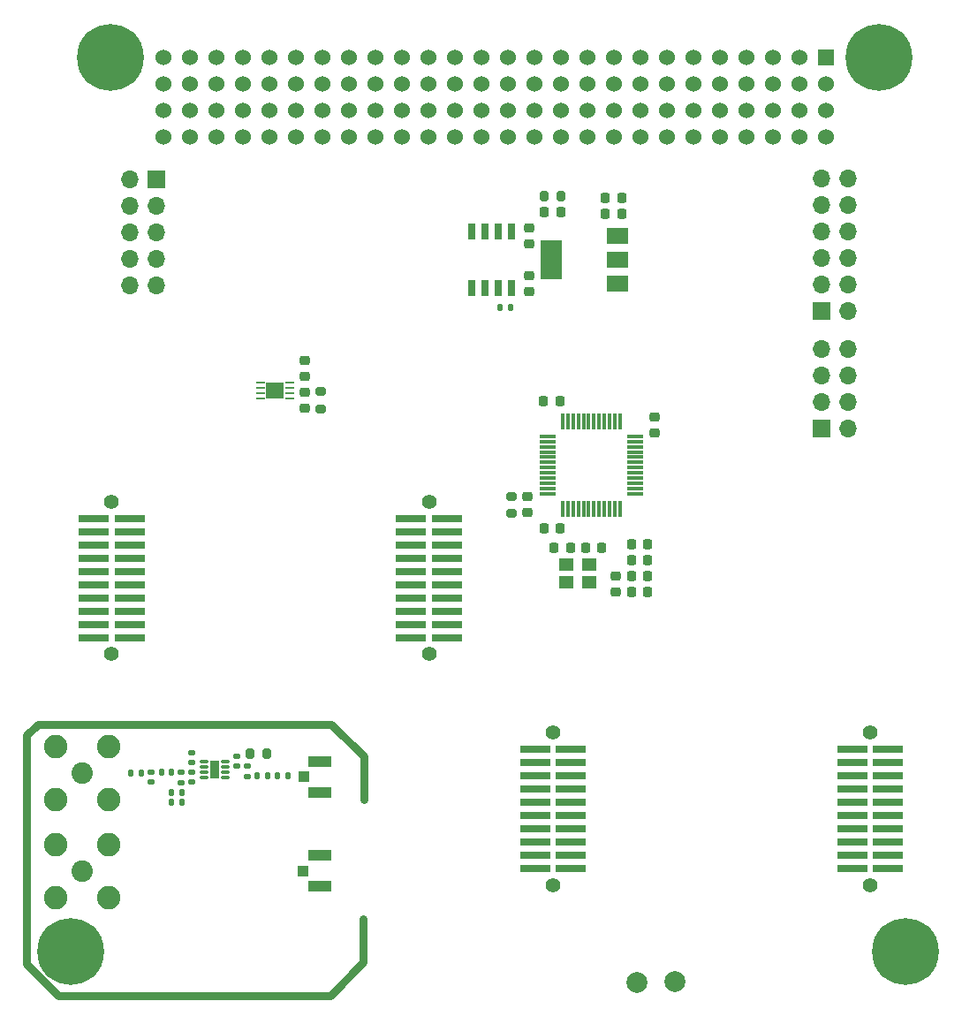
<source format=gts>
G04 #@! TF.GenerationSoftware,KiCad,Pcbnew,(6.0.7-1)-1*
G04 #@! TF.CreationDate,2023-01-04T12:49:58-05:00*
G04 #@! TF.ProjectId,comm-rfb,636f6d6d-2d72-4666-922e-6b696361645f,rev?*
G04 #@! TF.SameCoordinates,Original*
G04 #@! TF.FileFunction,Soldermask,Top*
G04 #@! TF.FilePolarity,Negative*
%FSLAX46Y46*%
G04 Gerber Fmt 4.6, Leading zero omitted, Abs format (unit mm)*
G04 Created by KiCad (PCBNEW (6.0.7-1)-1) date 2023-01-04 12:49:58*
%MOMM*%
%LPD*%
G01*
G04 APERTURE LIST*
G04 Aperture macros list*
%AMRoundRect*
0 Rectangle with rounded corners*
0 $1 Rounding radius*
0 $2 $3 $4 $5 $6 $7 $8 $9 X,Y pos of 4 corners*
0 Add a 4 corners polygon primitive as box body*
4,1,4,$2,$3,$4,$5,$6,$7,$8,$9,$2,$3,0*
0 Add four circle primitives for the rounded corners*
1,1,$1+$1,$2,$3*
1,1,$1+$1,$4,$5*
1,1,$1+$1,$6,$7*
1,1,$1+$1,$8,$9*
0 Add four rect primitives between the rounded corners*
20,1,$1+$1,$2,$3,$4,$5,0*
20,1,$1+$1,$4,$5,$6,$7,0*
20,1,$1+$1,$6,$7,$8,$9,0*
20,1,$1+$1,$8,$9,$2,$3,0*%
G04 Aperture macros list end*
%ADD10C,0.762000*%
%ADD11RoundRect,0.140000X0.170000X-0.140000X0.170000X0.140000X-0.170000X0.140000X-0.170000X-0.140000X0*%
%ADD12C,6.400000*%
%ADD13C,3.600000*%
%ADD14RoundRect,0.140000X-0.170000X0.140000X-0.170000X-0.140000X0.170000X-0.140000X0.170000X0.140000X0*%
%ADD15RoundRect,0.225000X0.250000X-0.225000X0.250000X0.225000X-0.250000X0.225000X-0.250000X-0.225000X0*%
%ADD16RoundRect,0.225000X-0.250000X0.225000X-0.250000X-0.225000X0.250000X-0.225000X0.250000X0.225000X0*%
%ADD17C,1.420000*%
%ADD18R,2.920000X0.740000*%
%ADD19RoundRect,0.225000X-0.225000X-0.250000X0.225000X-0.250000X0.225000X0.250000X-0.225000X0.250000X0*%
%ADD20RoundRect,0.147500X0.172500X-0.147500X0.172500X0.147500X-0.172500X0.147500X-0.172500X-0.147500X0*%
%ADD21RoundRect,0.225000X0.225000X0.250000X-0.225000X0.250000X-0.225000X-0.250000X0.225000X-0.250000X0*%
%ADD22RoundRect,0.135000X0.185000X-0.135000X0.185000X0.135000X-0.185000X0.135000X-0.185000X-0.135000X0*%
%ADD23RoundRect,0.140000X0.140000X0.170000X-0.140000X0.170000X-0.140000X-0.170000X0.140000X-0.170000X0*%
%ADD24C,2.050000*%
%ADD25C,2.250000*%
%ADD26C,2.000000*%
%ADD27RoundRect,0.218750X0.218750X0.256250X-0.218750X0.256250X-0.218750X-0.256250X0.218750X-0.256250X0*%
%ADD28R,0.812800X0.254000*%
%ADD29R,1.752600X1.549400*%
%ADD30RoundRect,0.200000X0.200000X0.275000X-0.200000X0.275000X-0.200000X-0.275000X0.200000X-0.275000X0*%
%ADD31R,0.650000X1.525000*%
%ADD32RoundRect,0.135000X0.135000X0.185000X-0.135000X0.185000X-0.135000X-0.185000X0.135000X-0.185000X0*%
%ADD33R,1.400000X1.200000*%
%ADD34R,1.050000X1.000000*%
%ADD35R,2.200000X1.050000*%
%ADD36RoundRect,0.218750X-0.218750X-0.256250X0.218750X-0.256250X0.218750X0.256250X-0.218750X0.256250X0*%
%ADD37RoundRect,0.200000X-0.275000X0.200000X-0.275000X-0.200000X0.275000X-0.200000X0.275000X0.200000X0*%
%ADD38R,1.524000X1.524000*%
%ADD39C,1.524000*%
%ADD40R,1.700000X1.700000*%
%ADD41O,1.700000X1.700000*%
%ADD42RoundRect,0.147500X0.147500X0.172500X-0.147500X0.172500X-0.147500X-0.172500X0.147500X-0.172500X0*%
%ADD43RoundRect,0.033000X0.117000X-0.747000X0.117000X0.747000X-0.117000X0.747000X-0.117000X-0.747000X0*%
%ADD44RoundRect,0.033000X0.747000X0.117000X-0.747000X0.117000X-0.747000X-0.117000X0.747000X-0.117000X0*%
%ADD45RoundRect,0.033000X-0.117000X0.747000X-0.117000X-0.747000X0.117000X-0.747000X0.117000X0.747000X0*%
%ADD46RoundRect,0.033000X-0.747000X-0.117000X0.747000X-0.117000X0.747000X0.117000X-0.747000X0.117000X0*%
%ADD47RoundRect,0.200000X0.275000X-0.200000X0.275000X0.200000X-0.275000X0.200000X-0.275000X-0.200000X0*%
%ADD48R,2.000000X1.500000*%
%ADD49R,2.000000X3.800000*%
%ADD50RoundRect,0.007800X0.347200X0.122200X-0.347200X0.122200X-0.347200X-0.122200X0.347200X-0.122200X0*%
%ADD51RoundRect,0.007800X-0.347200X-0.122200X0.347200X-0.122200X0.347200X0.122200X-0.347200X0.122200X0*%
%ADD52R,0.900000X1.700000*%
%ADD53RoundRect,0.200000X-0.200000X-0.275000X0.200000X-0.275000X0.200000X0.275000X-0.200000X0.275000X0*%
%ADD54RoundRect,0.218750X-0.256250X0.218750X-0.256250X-0.218750X0.256250X-0.218750X0.256250X0.218750X0*%
G04 APERTURE END LIST*
D10*
X111150400Y-115976400D02*
X110083600Y-117043200D01*
X142392400Y-123164600D02*
X142392400Y-119075200D01*
X139293600Y-115976400D02*
X111150400Y-115976400D01*
X110083600Y-117043200D02*
X110083600Y-138887200D01*
X113131600Y-141986000D02*
X139141200Y-141986000D01*
X142341600Y-138734800D02*
X142341600Y-134645400D01*
X139141200Y-141986000D02*
X142341600Y-138785600D01*
X110083600Y-138938000D02*
X113131600Y-141986000D01*
X142392400Y-119075200D02*
X139293600Y-115976400D01*
D11*
X125907800Y-119631400D03*
X125907800Y-118671400D03*
D12*
X191770000Y-52070000D03*
D13*
X191770000Y-52070000D03*
D14*
X122021600Y-120576400D03*
X122021600Y-121536400D03*
D15*
X136728200Y-82639200D03*
X136728200Y-81089200D03*
D11*
X130225800Y-119987000D03*
X130225800Y-119027000D03*
D16*
X158190800Y-72961200D03*
X158190800Y-74511200D03*
D17*
X160489400Y-131384000D03*
X160489400Y-116774000D03*
D18*
X162204400Y-129794000D03*
X158774400Y-129794000D03*
X162204400Y-128524000D03*
X158774400Y-128524000D03*
X162204400Y-127254000D03*
X158774400Y-127254000D03*
X162204400Y-125984000D03*
X158774400Y-125984000D03*
X162204400Y-124714000D03*
X158774400Y-124714000D03*
X162204400Y-123444000D03*
X158774400Y-123444000D03*
X162204400Y-122174000D03*
X158774400Y-122174000D03*
X162204400Y-120904000D03*
X158774400Y-120904000D03*
X162204400Y-119634000D03*
X158774400Y-119634000D03*
X162204400Y-118364000D03*
X158774400Y-118364000D03*
D19*
X163613800Y-99110800D03*
X165163800Y-99110800D03*
D13*
X118110000Y-52070000D03*
D12*
X118110000Y-52070000D03*
D20*
X125907800Y-121541400D03*
X125907800Y-120571400D03*
D21*
X161201400Y-97231200D03*
X159651400Y-97231200D03*
X162166600Y-99110800D03*
X160616600Y-99110800D03*
D12*
X114300000Y-137795000D03*
D13*
X114300000Y-137795000D03*
D21*
X167094200Y-67056000D03*
X165544200Y-67056000D03*
D22*
X124891800Y-121566400D03*
X124891800Y-120546400D03*
D15*
X158089600Y-95720200D03*
X158089600Y-94170200D03*
D19*
X168046400Y-98755200D03*
X169596400Y-98755200D03*
D23*
X123924000Y-120599200D03*
X122964000Y-120599200D03*
D24*
X115366800Y-130048000D03*
D25*
X117906800Y-127508000D03*
X117906800Y-132588000D03*
X112826800Y-127508000D03*
X112826800Y-132588000D03*
D26*
X172161200Y-140665200D03*
D27*
X161264300Y-66878200D03*
X159689300Y-66878200D03*
D19*
X159600600Y-85039200D03*
X161150600Y-85039200D03*
X168020900Y-100279200D03*
X169570900Y-100279200D03*
D26*
X168554400Y-140716000D03*
D28*
X132461000Y-83273199D03*
X132461000Y-83773200D03*
X132461000Y-84273200D03*
X132461000Y-84773201D03*
X135255000Y-84773201D03*
X135255000Y-84273200D03*
X135255000Y-83773200D03*
X135255000Y-83273199D03*
D29*
X133858000Y-84023200D03*
D30*
X133084800Y-118770400D03*
X131434800Y-118770400D03*
D31*
X156539800Y-68738200D03*
X155269800Y-68738200D03*
X153999800Y-68738200D03*
X152729800Y-68738200D03*
X152729800Y-74162200D03*
X153999800Y-74162200D03*
X155269800Y-74162200D03*
X156539800Y-74162200D03*
D21*
X169570900Y-103327200D03*
X168020900Y-103327200D03*
D32*
X156414800Y-76022200D03*
X155394800Y-76022200D03*
D33*
X164015600Y-100699200D03*
X161815600Y-100699200D03*
X161815600Y-102399200D03*
X164015600Y-102399200D03*
D23*
X124914600Y-122504200D03*
X123954600Y-122504200D03*
D34*
X136594600Y-121005600D03*
D35*
X138119600Y-119530600D03*
X138119600Y-122480600D03*
D36*
X168008400Y-101803200D03*
X169583400Y-101803200D03*
D37*
X156565600Y-94120200D03*
X156565600Y-95770200D03*
D24*
X115417600Y-120650000D03*
D25*
X117957600Y-118110000D03*
X112877600Y-118110000D03*
X117957600Y-123190000D03*
X112877600Y-123190000D03*
D32*
X121083800Y-120624600D03*
X120063800Y-120624600D03*
D27*
X167106300Y-65532000D03*
X165531300Y-65532000D03*
D38*
X186690000Y-52070000D03*
D39*
X186690000Y-54610000D03*
X184150000Y-52070000D03*
X184150000Y-54610000D03*
X181610000Y-52070000D03*
X181610000Y-54610000D03*
X179070000Y-52070000D03*
X179070000Y-54610000D03*
X176530000Y-52070000D03*
X176530000Y-54610000D03*
X173990000Y-52070000D03*
X173990000Y-54610000D03*
X171450000Y-52070000D03*
X171450000Y-54610000D03*
X168910000Y-52070000D03*
X168910000Y-54610000D03*
X166370000Y-52070000D03*
X166370000Y-54610000D03*
X163830000Y-52070000D03*
X163830000Y-54610000D03*
X161290000Y-52070000D03*
X161290000Y-54610000D03*
X158750000Y-52070000D03*
X158750000Y-54610000D03*
X156210000Y-52070000D03*
X156210000Y-54610000D03*
X153670000Y-52070000D03*
X153670000Y-54610000D03*
X151130000Y-52070000D03*
X151130000Y-54610000D03*
X148590000Y-52070000D03*
X148590000Y-54610000D03*
X146050000Y-52070000D03*
X146050000Y-54610000D03*
X143510000Y-52070000D03*
X143510000Y-54610000D03*
X140970000Y-52070000D03*
X140970000Y-54610000D03*
X138430000Y-52070000D03*
X138430000Y-54610000D03*
X135890000Y-52070000D03*
X135890000Y-54610000D03*
X133350000Y-52070000D03*
X133350000Y-54610000D03*
X130810000Y-52070000D03*
X130810000Y-54610000D03*
X128270000Y-52070000D03*
X128270000Y-54610000D03*
X125730000Y-52070000D03*
X125730000Y-54610000D03*
X123190000Y-52070000D03*
X123190000Y-54610000D03*
X186690000Y-57150000D03*
X186690000Y-59690000D03*
X184150000Y-57150000D03*
X184150000Y-59690000D03*
X181610000Y-57150000D03*
X181610000Y-59690000D03*
X179070000Y-57150000D03*
X179070000Y-59690000D03*
X176530000Y-57150000D03*
X176530000Y-59690000D03*
X173990000Y-57150000D03*
X173990000Y-59690000D03*
X171450000Y-57150000D03*
X171450000Y-59690000D03*
X168910000Y-57150000D03*
X168910000Y-59690000D03*
X166370000Y-57150000D03*
X166370000Y-59690000D03*
X163830000Y-57150000D03*
X163830000Y-59690000D03*
X161290000Y-57150000D03*
X161290000Y-59690000D03*
X158750000Y-57150000D03*
X158750000Y-59690000D03*
X156210000Y-57150000D03*
X156210000Y-59690000D03*
X153670000Y-57150000D03*
X153670000Y-59690000D03*
X151130000Y-57150000D03*
X151130000Y-59690000D03*
X148590000Y-57150000D03*
X148590000Y-59690000D03*
X146050000Y-57150000D03*
X146050000Y-59690000D03*
X143510000Y-57150000D03*
X143510000Y-59690000D03*
X140970000Y-57150000D03*
X140970000Y-59690000D03*
X138430000Y-57150000D03*
X138430000Y-59690000D03*
X135890000Y-57150000D03*
X135890000Y-59690000D03*
X133350000Y-57150000D03*
X133350000Y-59690000D03*
X130810000Y-57150000D03*
X130810000Y-59690000D03*
X128270000Y-57150000D03*
X128270000Y-59690000D03*
X125730000Y-57150000D03*
X125730000Y-59690000D03*
X123190000Y-57150000D03*
X123190000Y-59690000D03*
D16*
X166522400Y-101790200D03*
X166522400Y-103340200D03*
D23*
X133146600Y-120954800D03*
X132186600Y-120954800D03*
D17*
X118211600Y-109260600D03*
X118211600Y-94650600D03*
D18*
X119926600Y-107670600D03*
X116496600Y-107670600D03*
X119926600Y-106400600D03*
X116496600Y-106400600D03*
X119926600Y-105130600D03*
X116496600Y-105130600D03*
X119926600Y-103860600D03*
X116496600Y-103860600D03*
X119926600Y-102590600D03*
X116496600Y-102590600D03*
X119926600Y-101320600D03*
X116496600Y-101320600D03*
X119926600Y-100050600D03*
X116496600Y-100050600D03*
X119926600Y-98780600D03*
X116496600Y-98780600D03*
X119926600Y-97510600D03*
X116496600Y-97510600D03*
X119926600Y-96240600D03*
X116496600Y-96240600D03*
D40*
X186232800Y-87620000D03*
D41*
X188772800Y-87620000D03*
X186232800Y-85080000D03*
X188772800Y-85080000D03*
X186232800Y-82540000D03*
X188772800Y-82540000D03*
X186232800Y-80000000D03*
X188772800Y-80000000D03*
D34*
X136589600Y-130048000D03*
D35*
X138114600Y-128573000D03*
X138114600Y-131523000D03*
D17*
X148615400Y-109260600D03*
X148615400Y-94650600D03*
D18*
X150330400Y-107670600D03*
X146900400Y-107670600D03*
X150330400Y-106400600D03*
X146900400Y-106400600D03*
X150330400Y-105130600D03*
X146900400Y-105130600D03*
X150330400Y-103860600D03*
X146900400Y-103860600D03*
X150330400Y-102590600D03*
X146900400Y-102590600D03*
X150330400Y-101320600D03*
X146900400Y-101320600D03*
X150330400Y-100050600D03*
X146900400Y-100050600D03*
X150330400Y-98780600D03*
X146900400Y-98780600D03*
X150330400Y-97510600D03*
X146900400Y-97510600D03*
X150330400Y-96240600D03*
X146900400Y-96240600D03*
D42*
X135082000Y-120954800D03*
X134112000Y-120954800D03*
D43*
X161435600Y-95315200D03*
X161935600Y-95315200D03*
X162435600Y-95315200D03*
X162935600Y-95315200D03*
X163435600Y-95315200D03*
X163935600Y-95315200D03*
X164435600Y-95315200D03*
X164935600Y-95315200D03*
X165435600Y-95315200D03*
X165935600Y-95315200D03*
X166435600Y-95315200D03*
X166935600Y-95315200D03*
D44*
X168365600Y-93885200D03*
X168365600Y-93385200D03*
X168365600Y-92885200D03*
X168365600Y-92385200D03*
X168365600Y-91885200D03*
X168365600Y-91385200D03*
X168365600Y-90885200D03*
X168365600Y-90385200D03*
X168365600Y-89885200D03*
X168365600Y-89385200D03*
X168365600Y-88885200D03*
X168365600Y-88385200D03*
D45*
X166935600Y-86955200D03*
X166435600Y-86955200D03*
X165935600Y-86955200D03*
X165435600Y-86955200D03*
X164935600Y-86955200D03*
X164435600Y-86955200D03*
X163935600Y-86955200D03*
X163435600Y-86955200D03*
X162935600Y-86955200D03*
X162435600Y-86955200D03*
X161935600Y-86955200D03*
X161435600Y-86955200D03*
D46*
X160005600Y-88385200D03*
X160005600Y-88885200D03*
X160005600Y-89385200D03*
X160005600Y-89885200D03*
X160005600Y-90385200D03*
X160005600Y-90885200D03*
X160005600Y-91385200D03*
X160005600Y-91885200D03*
X160005600Y-92385200D03*
X160005600Y-92885200D03*
X160005600Y-93385200D03*
X160005600Y-93885200D03*
D13*
X194310000Y-137795000D03*
D12*
X194310000Y-137795000D03*
D16*
X158190800Y-68389200D03*
X158190800Y-69939200D03*
D47*
X138277600Y-85762600D03*
X138277600Y-84112600D03*
D40*
X122465000Y-63734000D03*
D41*
X119925000Y-63734000D03*
X122465000Y-66274000D03*
X119925000Y-66274000D03*
X122465000Y-68814000D03*
X119925000Y-68814000D03*
X122465000Y-71354000D03*
X119925000Y-71354000D03*
X122465000Y-73894000D03*
X119925000Y-73894000D03*
D48*
X166674800Y-73750200D03*
D49*
X160374800Y-71450200D03*
D48*
X166674800Y-71450200D03*
X166674800Y-69150200D03*
D40*
X186272000Y-76378200D03*
D41*
X188812000Y-76378200D03*
X186272000Y-73838200D03*
X188812000Y-73838200D03*
X186272000Y-71298200D03*
X188812000Y-71298200D03*
X186272000Y-68758200D03*
X188812000Y-68758200D03*
X186272000Y-66218200D03*
X188812000Y-66218200D03*
X186272000Y-63678200D03*
X188812000Y-63678200D03*
D17*
X190890000Y-116774000D03*
X190890000Y-131384000D03*
D18*
X192605000Y-129794000D03*
X189175000Y-129794000D03*
X192605000Y-128524000D03*
X189175000Y-128524000D03*
X192605000Y-127254000D03*
X189175000Y-127254000D03*
X192605000Y-125984000D03*
X189175000Y-125984000D03*
X192605000Y-124714000D03*
X189175000Y-124714000D03*
X192605000Y-123444000D03*
X189175000Y-123444000D03*
X192605000Y-122174000D03*
X189175000Y-122174000D03*
X192605000Y-120904000D03*
X189175000Y-120904000D03*
X192605000Y-119634000D03*
X189175000Y-119634000D03*
X192605000Y-118364000D03*
X189175000Y-118364000D03*
D23*
X124914600Y-123494800D03*
X123954600Y-123494800D03*
D50*
X129071800Y-121044400D03*
X129071800Y-120544400D03*
X129071800Y-120044400D03*
X129071800Y-119544400D03*
D51*
X127061800Y-119544400D03*
X127061800Y-120044400D03*
X127061800Y-120544400D03*
X127061800Y-121044400D03*
D52*
X128066800Y-120294400D03*
D53*
X159651800Y-65354200D03*
X161301800Y-65354200D03*
D54*
X136728200Y-84150100D03*
X136728200Y-85725100D03*
D20*
X131241800Y-120982600D03*
X131241800Y-120012600D03*
D16*
X170281600Y-86550200D03*
X170281600Y-88100200D03*
M02*

</source>
